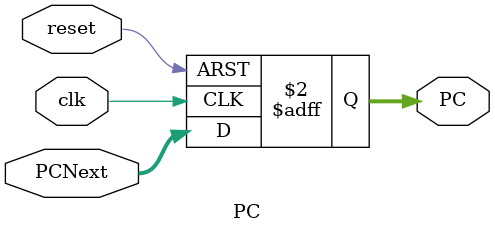
<source format=v>
module PC (
  input clk, reset,
  input  [31:0] PCNext,
  output reg [31:0] PC
);
  always @(posedge clk or posedge reset) begin
    if (reset)
      PC <= 32'b0;
    else
      PC <= PCNext;
  end
endmodule

</source>
